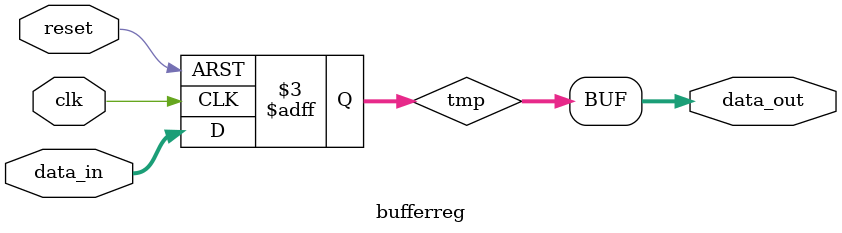
<source format=v>
module bufferreg
    #(parameter N=32)
   (
    input clk, reset,
    input [N-1:0] data_in,
    output [N-1:0] data_out
   );

reg[N-1:0] tmp = 0;

always @(posedge clk or posedge reset)
   begin
	if (reset)
	  tmp <= 0;
	else
	  tmp <= data_in;
   end
assign data_out = tmp;
endmodule

</source>
